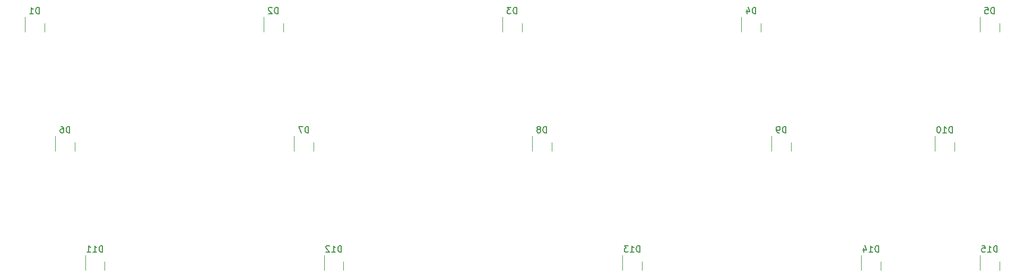
<source format=gbr>
%TF.GenerationSoftware,KiCad,Pcbnew,7.0.7*%
%TF.CreationDate,2023-09-01T12:35:23+10:00*%
%TF.ProjectId,qaz,71617a2e-6b69-4636-9164-5f7063625858,rev?*%
%TF.SameCoordinates,Original*%
%TF.FileFunction,Legend,Bot*%
%TF.FilePolarity,Positive*%
%FSLAX46Y46*%
G04 Gerber Fmt 4.6, Leading zero omitted, Abs format (unit mm)*
G04 Created by KiCad (PCBNEW 7.0.7) date 2023-09-01 12:35:23*
%MOMM*%
%LPD*%
G01*
G04 APERTURE LIST*
%ADD10C,0.150000*%
%ADD11C,0.120000*%
G04 APERTURE END LIST*
D10*
X197610876Y-70725313D02*
X197610876Y-69725313D01*
X197610876Y-69725313D02*
X197372781Y-69725313D01*
X197372781Y-69725313D02*
X197229924Y-69772932D01*
X197229924Y-69772932D02*
X197134686Y-69868170D01*
X197134686Y-69868170D02*
X197087067Y-69963408D01*
X197087067Y-69963408D02*
X197039448Y-70153884D01*
X197039448Y-70153884D02*
X197039448Y-70296741D01*
X197039448Y-70296741D02*
X197087067Y-70487217D01*
X197087067Y-70487217D02*
X197134686Y-70582455D01*
X197134686Y-70582455D02*
X197229924Y-70677694D01*
X197229924Y-70677694D02*
X197372781Y-70725313D01*
X197372781Y-70725313D02*
X197610876Y-70725313D01*
X196087067Y-70725313D02*
X196658495Y-70725313D01*
X196372781Y-70725313D02*
X196372781Y-69725313D01*
X196372781Y-69725313D02*
X196468019Y-69868170D01*
X196468019Y-69868170D02*
X196563257Y-69963408D01*
X196563257Y-69963408D02*
X196658495Y-70011027D01*
X195182305Y-69725313D02*
X195658495Y-69725313D01*
X195658495Y-69725313D02*
X195706114Y-70201503D01*
X195706114Y-70201503D02*
X195658495Y-70153884D01*
X195658495Y-70153884D02*
X195563257Y-70106265D01*
X195563257Y-70106265D02*
X195325162Y-70106265D01*
X195325162Y-70106265D02*
X195229924Y-70153884D01*
X195229924Y-70153884D02*
X195182305Y-70201503D01*
X195182305Y-70201503D02*
X195134686Y-70296741D01*
X195134686Y-70296741D02*
X195134686Y-70534836D01*
X195134686Y-70534836D02*
X195182305Y-70630074D01*
X195182305Y-70630074D02*
X195229924Y-70677694D01*
X195229924Y-70677694D02*
X195325162Y-70725313D01*
X195325162Y-70725313D02*
X195563257Y-70725313D01*
X195563257Y-70725313D02*
X195658495Y-70677694D01*
X195658495Y-70677694D02*
X195706114Y-70630074D01*
X92949670Y-70725313D02*
X92949670Y-69725313D01*
X92949670Y-69725313D02*
X92711575Y-69725313D01*
X92711575Y-69725313D02*
X92568718Y-69772932D01*
X92568718Y-69772932D02*
X92473480Y-69868170D01*
X92473480Y-69868170D02*
X92425861Y-69963408D01*
X92425861Y-69963408D02*
X92378242Y-70153884D01*
X92378242Y-70153884D02*
X92378242Y-70296741D01*
X92378242Y-70296741D02*
X92425861Y-70487217D01*
X92425861Y-70487217D02*
X92473480Y-70582455D01*
X92473480Y-70582455D02*
X92568718Y-70677694D01*
X92568718Y-70677694D02*
X92711575Y-70725313D01*
X92711575Y-70725313D02*
X92949670Y-70725313D01*
X91425861Y-70725313D02*
X91997289Y-70725313D01*
X91711575Y-70725313D02*
X91711575Y-69725313D01*
X91711575Y-69725313D02*
X91806813Y-69868170D01*
X91806813Y-69868170D02*
X91902051Y-69963408D01*
X91902051Y-69963408D02*
X91997289Y-70011027D01*
X91044908Y-69820551D02*
X90997289Y-69772932D01*
X90997289Y-69772932D02*
X90902051Y-69725313D01*
X90902051Y-69725313D02*
X90663956Y-69725313D01*
X90663956Y-69725313D02*
X90568718Y-69772932D01*
X90568718Y-69772932D02*
X90521099Y-69820551D01*
X90521099Y-69820551D02*
X90473480Y-69915789D01*
X90473480Y-69915789D02*
X90473480Y-70011027D01*
X90473480Y-70011027D02*
X90521099Y-70153884D01*
X90521099Y-70153884D02*
X91092527Y-70725313D01*
X91092527Y-70725313D02*
X90473480Y-70725313D01*
X82834397Y-32625217D02*
X82834397Y-31625217D01*
X82834397Y-31625217D02*
X82596302Y-31625217D01*
X82596302Y-31625217D02*
X82453445Y-31672836D01*
X82453445Y-31672836D02*
X82358207Y-31768074D01*
X82358207Y-31768074D02*
X82310588Y-31863312D01*
X82310588Y-31863312D02*
X82262969Y-32053788D01*
X82262969Y-32053788D02*
X82262969Y-32196645D01*
X82262969Y-32196645D02*
X82310588Y-32387121D01*
X82310588Y-32387121D02*
X82358207Y-32482359D01*
X82358207Y-32482359D02*
X82453445Y-32577598D01*
X82453445Y-32577598D02*
X82596302Y-32625217D01*
X82596302Y-32625217D02*
X82834397Y-32625217D01*
X81882016Y-31720455D02*
X81834397Y-31672836D01*
X81834397Y-31672836D02*
X81739159Y-31625217D01*
X81739159Y-31625217D02*
X81501064Y-31625217D01*
X81501064Y-31625217D02*
X81405826Y-31672836D01*
X81405826Y-31672836D02*
X81358207Y-31720455D01*
X81358207Y-31720455D02*
X81310588Y-31815693D01*
X81310588Y-31815693D02*
X81310588Y-31910931D01*
X81310588Y-31910931D02*
X81358207Y-32053788D01*
X81358207Y-32053788D02*
X81929635Y-32625217D01*
X81929635Y-32625217D02*
X81310588Y-32625217D01*
X120934493Y-32625217D02*
X120934493Y-31625217D01*
X120934493Y-31625217D02*
X120696398Y-31625217D01*
X120696398Y-31625217D02*
X120553541Y-31672836D01*
X120553541Y-31672836D02*
X120458303Y-31768074D01*
X120458303Y-31768074D02*
X120410684Y-31863312D01*
X120410684Y-31863312D02*
X120363065Y-32053788D01*
X120363065Y-32053788D02*
X120363065Y-32196645D01*
X120363065Y-32196645D02*
X120410684Y-32387121D01*
X120410684Y-32387121D02*
X120458303Y-32482359D01*
X120458303Y-32482359D02*
X120553541Y-32577598D01*
X120553541Y-32577598D02*
X120696398Y-32625217D01*
X120696398Y-32625217D02*
X120934493Y-32625217D01*
X120029731Y-31625217D02*
X119410684Y-31625217D01*
X119410684Y-31625217D02*
X119744017Y-32006169D01*
X119744017Y-32006169D02*
X119601160Y-32006169D01*
X119601160Y-32006169D02*
X119505922Y-32053788D01*
X119505922Y-32053788D02*
X119458303Y-32101407D01*
X119458303Y-32101407D02*
X119410684Y-32196645D01*
X119410684Y-32196645D02*
X119410684Y-32434740D01*
X119410684Y-32434740D02*
X119458303Y-32529978D01*
X119458303Y-32529978D02*
X119505922Y-32577598D01*
X119505922Y-32577598D02*
X119601160Y-32625217D01*
X119601160Y-32625217D02*
X119886874Y-32625217D01*
X119886874Y-32625217D02*
X119982112Y-32577598D01*
X119982112Y-32577598D02*
X120029731Y-32529978D01*
X44734301Y-32625217D02*
X44734301Y-31625217D01*
X44734301Y-31625217D02*
X44496206Y-31625217D01*
X44496206Y-31625217D02*
X44353349Y-31672836D01*
X44353349Y-31672836D02*
X44258111Y-31768074D01*
X44258111Y-31768074D02*
X44210492Y-31863312D01*
X44210492Y-31863312D02*
X44162873Y-32053788D01*
X44162873Y-32053788D02*
X44162873Y-32196645D01*
X44162873Y-32196645D02*
X44210492Y-32387121D01*
X44210492Y-32387121D02*
X44258111Y-32482359D01*
X44258111Y-32482359D02*
X44353349Y-32577598D01*
X44353349Y-32577598D02*
X44496206Y-32625217D01*
X44496206Y-32625217D02*
X44734301Y-32625217D01*
X43210492Y-32625217D02*
X43781920Y-32625217D01*
X43496206Y-32625217D02*
X43496206Y-31625217D01*
X43496206Y-31625217D02*
X43591444Y-31768074D01*
X43591444Y-31768074D02*
X43686682Y-31863312D01*
X43686682Y-31863312D02*
X43781920Y-31910931D01*
X54849574Y-70725313D02*
X54849574Y-69725313D01*
X54849574Y-69725313D02*
X54611479Y-69725313D01*
X54611479Y-69725313D02*
X54468622Y-69772932D01*
X54468622Y-69772932D02*
X54373384Y-69868170D01*
X54373384Y-69868170D02*
X54325765Y-69963408D01*
X54325765Y-69963408D02*
X54278146Y-70153884D01*
X54278146Y-70153884D02*
X54278146Y-70296741D01*
X54278146Y-70296741D02*
X54325765Y-70487217D01*
X54325765Y-70487217D02*
X54373384Y-70582455D01*
X54373384Y-70582455D02*
X54468622Y-70677694D01*
X54468622Y-70677694D02*
X54611479Y-70725313D01*
X54611479Y-70725313D02*
X54849574Y-70725313D01*
X53325765Y-70725313D02*
X53897193Y-70725313D01*
X53611479Y-70725313D02*
X53611479Y-69725313D01*
X53611479Y-69725313D02*
X53706717Y-69868170D01*
X53706717Y-69868170D02*
X53801955Y-69963408D01*
X53801955Y-69963408D02*
X53897193Y-70011027D01*
X52373384Y-70725313D02*
X52944812Y-70725313D01*
X52659098Y-70725313D02*
X52659098Y-69725313D01*
X52659098Y-69725313D02*
X52754336Y-69868170D01*
X52754336Y-69868170D02*
X52849574Y-69963408D01*
X52849574Y-69963408D02*
X52944812Y-70011027D01*
X140574790Y-70725313D02*
X140574790Y-69725313D01*
X140574790Y-69725313D02*
X140336695Y-69725313D01*
X140336695Y-69725313D02*
X140193838Y-69772932D01*
X140193838Y-69772932D02*
X140098600Y-69868170D01*
X140098600Y-69868170D02*
X140050981Y-69963408D01*
X140050981Y-69963408D02*
X140003362Y-70153884D01*
X140003362Y-70153884D02*
X140003362Y-70296741D01*
X140003362Y-70296741D02*
X140050981Y-70487217D01*
X140050981Y-70487217D02*
X140098600Y-70582455D01*
X140098600Y-70582455D02*
X140193838Y-70677694D01*
X140193838Y-70677694D02*
X140336695Y-70725313D01*
X140336695Y-70725313D02*
X140574790Y-70725313D01*
X139050981Y-70725313D02*
X139622409Y-70725313D01*
X139336695Y-70725313D02*
X139336695Y-69725313D01*
X139336695Y-69725313D02*
X139431933Y-69868170D01*
X139431933Y-69868170D02*
X139527171Y-69963408D01*
X139527171Y-69963408D02*
X139622409Y-70011027D01*
X138717647Y-69725313D02*
X138098600Y-69725313D01*
X138098600Y-69725313D02*
X138431933Y-70106265D01*
X138431933Y-70106265D02*
X138289076Y-70106265D01*
X138289076Y-70106265D02*
X138193838Y-70153884D01*
X138193838Y-70153884D02*
X138146219Y-70201503D01*
X138146219Y-70201503D02*
X138098600Y-70296741D01*
X138098600Y-70296741D02*
X138098600Y-70534836D01*
X138098600Y-70534836D02*
X138146219Y-70630074D01*
X138146219Y-70630074D02*
X138193838Y-70677694D01*
X138193838Y-70677694D02*
X138289076Y-70725313D01*
X138289076Y-70725313D02*
X138574790Y-70725313D01*
X138574790Y-70725313D02*
X138670028Y-70677694D01*
X138670028Y-70677694D02*
X138717647Y-70630074D01*
X125697005Y-51675265D02*
X125697005Y-50675265D01*
X125697005Y-50675265D02*
X125458910Y-50675265D01*
X125458910Y-50675265D02*
X125316053Y-50722884D01*
X125316053Y-50722884D02*
X125220815Y-50818122D01*
X125220815Y-50818122D02*
X125173196Y-50913360D01*
X125173196Y-50913360D02*
X125125577Y-51103836D01*
X125125577Y-51103836D02*
X125125577Y-51246693D01*
X125125577Y-51246693D02*
X125173196Y-51437169D01*
X125173196Y-51437169D02*
X125220815Y-51532407D01*
X125220815Y-51532407D02*
X125316053Y-51627646D01*
X125316053Y-51627646D02*
X125458910Y-51675265D01*
X125458910Y-51675265D02*
X125697005Y-51675265D01*
X124554148Y-51103836D02*
X124649386Y-51056217D01*
X124649386Y-51056217D02*
X124697005Y-51008598D01*
X124697005Y-51008598D02*
X124744624Y-50913360D01*
X124744624Y-50913360D02*
X124744624Y-50865741D01*
X124744624Y-50865741D02*
X124697005Y-50770503D01*
X124697005Y-50770503D02*
X124649386Y-50722884D01*
X124649386Y-50722884D02*
X124554148Y-50675265D01*
X124554148Y-50675265D02*
X124363672Y-50675265D01*
X124363672Y-50675265D02*
X124268434Y-50722884D01*
X124268434Y-50722884D02*
X124220815Y-50770503D01*
X124220815Y-50770503D02*
X124173196Y-50865741D01*
X124173196Y-50865741D02*
X124173196Y-50913360D01*
X124173196Y-50913360D02*
X124220815Y-51008598D01*
X124220815Y-51008598D02*
X124268434Y-51056217D01*
X124268434Y-51056217D02*
X124363672Y-51103836D01*
X124363672Y-51103836D02*
X124554148Y-51103836D01*
X124554148Y-51103836D02*
X124649386Y-51151455D01*
X124649386Y-51151455D02*
X124697005Y-51199074D01*
X124697005Y-51199074D02*
X124744624Y-51294312D01*
X124744624Y-51294312D02*
X124744624Y-51484788D01*
X124744624Y-51484788D02*
X124697005Y-51580026D01*
X124697005Y-51580026D02*
X124649386Y-51627646D01*
X124649386Y-51627646D02*
X124554148Y-51675265D01*
X124554148Y-51675265D02*
X124363672Y-51675265D01*
X124363672Y-51675265D02*
X124268434Y-51627646D01*
X124268434Y-51627646D02*
X124220815Y-51580026D01*
X124220815Y-51580026D02*
X124173196Y-51484788D01*
X124173196Y-51484788D02*
X124173196Y-51294312D01*
X124173196Y-51294312D02*
X124220815Y-51199074D01*
X124220815Y-51199074D02*
X124268434Y-51151455D01*
X124268434Y-51151455D02*
X124363672Y-51103836D01*
X178674886Y-70725313D02*
X178674886Y-69725313D01*
X178674886Y-69725313D02*
X178436791Y-69725313D01*
X178436791Y-69725313D02*
X178293934Y-69772932D01*
X178293934Y-69772932D02*
X178198696Y-69868170D01*
X178198696Y-69868170D02*
X178151077Y-69963408D01*
X178151077Y-69963408D02*
X178103458Y-70153884D01*
X178103458Y-70153884D02*
X178103458Y-70296741D01*
X178103458Y-70296741D02*
X178151077Y-70487217D01*
X178151077Y-70487217D02*
X178198696Y-70582455D01*
X178198696Y-70582455D02*
X178293934Y-70677694D01*
X178293934Y-70677694D02*
X178436791Y-70725313D01*
X178436791Y-70725313D02*
X178674886Y-70725313D01*
X177151077Y-70725313D02*
X177722505Y-70725313D01*
X177436791Y-70725313D02*
X177436791Y-69725313D01*
X177436791Y-69725313D02*
X177532029Y-69868170D01*
X177532029Y-69868170D02*
X177627267Y-69963408D01*
X177627267Y-69963408D02*
X177722505Y-70011027D01*
X176293934Y-70058646D02*
X176293934Y-70725313D01*
X176532029Y-69677694D02*
X176770124Y-70391979D01*
X176770124Y-70391979D02*
X176151077Y-70391979D01*
X190467108Y-51675265D02*
X190467108Y-50675265D01*
X190467108Y-50675265D02*
X190229013Y-50675265D01*
X190229013Y-50675265D02*
X190086156Y-50722884D01*
X190086156Y-50722884D02*
X189990918Y-50818122D01*
X189990918Y-50818122D02*
X189943299Y-50913360D01*
X189943299Y-50913360D02*
X189895680Y-51103836D01*
X189895680Y-51103836D02*
X189895680Y-51246693D01*
X189895680Y-51246693D02*
X189943299Y-51437169D01*
X189943299Y-51437169D02*
X189990918Y-51532407D01*
X189990918Y-51532407D02*
X190086156Y-51627646D01*
X190086156Y-51627646D02*
X190229013Y-51675265D01*
X190229013Y-51675265D02*
X190467108Y-51675265D01*
X188943299Y-51675265D02*
X189514727Y-51675265D01*
X189229013Y-51675265D02*
X189229013Y-50675265D01*
X189229013Y-50675265D02*
X189324251Y-50818122D01*
X189324251Y-50818122D02*
X189419489Y-50913360D01*
X189419489Y-50913360D02*
X189514727Y-50960979D01*
X188324251Y-50675265D02*
X188229013Y-50675265D01*
X188229013Y-50675265D02*
X188133775Y-50722884D01*
X188133775Y-50722884D02*
X188086156Y-50770503D01*
X188086156Y-50770503D02*
X188038537Y-50865741D01*
X188038537Y-50865741D02*
X187990918Y-51056217D01*
X187990918Y-51056217D02*
X187990918Y-51294312D01*
X187990918Y-51294312D02*
X188038537Y-51484788D01*
X188038537Y-51484788D02*
X188086156Y-51580026D01*
X188086156Y-51580026D02*
X188133775Y-51627646D01*
X188133775Y-51627646D02*
X188229013Y-51675265D01*
X188229013Y-51675265D02*
X188324251Y-51675265D01*
X188324251Y-51675265D02*
X188419489Y-51627646D01*
X188419489Y-51627646D02*
X188467108Y-51580026D01*
X188467108Y-51580026D02*
X188514727Y-51484788D01*
X188514727Y-51484788D02*
X188562346Y-51294312D01*
X188562346Y-51294312D02*
X188562346Y-51056217D01*
X188562346Y-51056217D02*
X188514727Y-50865741D01*
X188514727Y-50865741D02*
X188467108Y-50770503D01*
X188467108Y-50770503D02*
X188419489Y-50722884D01*
X188419489Y-50722884D02*
X188324251Y-50675265D01*
X159091618Y-32625217D02*
X159091618Y-31625217D01*
X159091618Y-31625217D02*
X158853523Y-31625217D01*
X158853523Y-31625217D02*
X158710666Y-31672836D01*
X158710666Y-31672836D02*
X158615428Y-31768074D01*
X158615428Y-31768074D02*
X158567809Y-31863312D01*
X158567809Y-31863312D02*
X158520190Y-32053788D01*
X158520190Y-32053788D02*
X158520190Y-32196645D01*
X158520190Y-32196645D02*
X158567809Y-32387121D01*
X158567809Y-32387121D02*
X158615428Y-32482359D01*
X158615428Y-32482359D02*
X158710666Y-32577598D01*
X158710666Y-32577598D02*
X158853523Y-32625217D01*
X158853523Y-32625217D02*
X159091618Y-32625217D01*
X157663047Y-31958550D02*
X157663047Y-32625217D01*
X157901142Y-31577598D02*
X158139237Y-32291883D01*
X158139237Y-32291883D02*
X157520190Y-32291883D01*
X163911159Y-51675265D02*
X163911159Y-50675265D01*
X163911159Y-50675265D02*
X163673064Y-50675265D01*
X163673064Y-50675265D02*
X163530207Y-50722884D01*
X163530207Y-50722884D02*
X163434969Y-50818122D01*
X163434969Y-50818122D02*
X163387350Y-50913360D01*
X163387350Y-50913360D02*
X163339731Y-51103836D01*
X163339731Y-51103836D02*
X163339731Y-51246693D01*
X163339731Y-51246693D02*
X163387350Y-51437169D01*
X163387350Y-51437169D02*
X163434969Y-51532407D01*
X163434969Y-51532407D02*
X163530207Y-51627646D01*
X163530207Y-51627646D02*
X163673064Y-51675265D01*
X163673064Y-51675265D02*
X163911159Y-51675265D01*
X162863540Y-51675265D02*
X162673064Y-51675265D01*
X162673064Y-51675265D02*
X162577826Y-51627646D01*
X162577826Y-51627646D02*
X162530207Y-51580026D01*
X162530207Y-51580026D02*
X162434969Y-51437169D01*
X162434969Y-51437169D02*
X162387350Y-51246693D01*
X162387350Y-51246693D02*
X162387350Y-50865741D01*
X162387350Y-50865741D02*
X162434969Y-50770503D01*
X162434969Y-50770503D02*
X162482588Y-50722884D01*
X162482588Y-50722884D02*
X162577826Y-50675265D01*
X162577826Y-50675265D02*
X162768302Y-50675265D01*
X162768302Y-50675265D02*
X162863540Y-50722884D01*
X162863540Y-50722884D02*
X162911159Y-50770503D01*
X162911159Y-50770503D02*
X162958778Y-50865741D01*
X162958778Y-50865741D02*
X162958778Y-51103836D01*
X162958778Y-51103836D02*
X162911159Y-51199074D01*
X162911159Y-51199074D02*
X162863540Y-51246693D01*
X162863540Y-51246693D02*
X162768302Y-51294312D01*
X162768302Y-51294312D02*
X162577826Y-51294312D01*
X162577826Y-51294312D02*
X162482588Y-51246693D01*
X162482588Y-51246693D02*
X162434969Y-51199074D01*
X162434969Y-51199074D02*
X162387350Y-51103836D01*
X197134685Y-32625217D02*
X197134685Y-31625217D01*
X197134685Y-31625217D02*
X196896590Y-31625217D01*
X196896590Y-31625217D02*
X196753733Y-31672836D01*
X196753733Y-31672836D02*
X196658495Y-31768074D01*
X196658495Y-31768074D02*
X196610876Y-31863312D01*
X196610876Y-31863312D02*
X196563257Y-32053788D01*
X196563257Y-32053788D02*
X196563257Y-32196645D01*
X196563257Y-32196645D02*
X196610876Y-32387121D01*
X196610876Y-32387121D02*
X196658495Y-32482359D01*
X196658495Y-32482359D02*
X196753733Y-32577598D01*
X196753733Y-32577598D02*
X196896590Y-32625217D01*
X196896590Y-32625217D02*
X197134685Y-32625217D01*
X195658495Y-31625217D02*
X196134685Y-31625217D01*
X196134685Y-31625217D02*
X196182304Y-32101407D01*
X196182304Y-32101407D02*
X196134685Y-32053788D01*
X196134685Y-32053788D02*
X196039447Y-32006169D01*
X196039447Y-32006169D02*
X195801352Y-32006169D01*
X195801352Y-32006169D02*
X195706114Y-32053788D01*
X195706114Y-32053788D02*
X195658495Y-32101407D01*
X195658495Y-32101407D02*
X195610876Y-32196645D01*
X195610876Y-32196645D02*
X195610876Y-32434740D01*
X195610876Y-32434740D02*
X195658495Y-32529978D01*
X195658495Y-32529978D02*
X195706114Y-32577598D01*
X195706114Y-32577598D02*
X195801352Y-32625217D01*
X195801352Y-32625217D02*
X196039447Y-32625217D01*
X196039447Y-32625217D02*
X196134685Y-32577598D01*
X196134685Y-32577598D02*
X196182304Y-32529978D01*
X49610871Y-51675265D02*
X49610871Y-50675265D01*
X49610871Y-50675265D02*
X49372776Y-50675265D01*
X49372776Y-50675265D02*
X49229919Y-50722884D01*
X49229919Y-50722884D02*
X49134681Y-50818122D01*
X49134681Y-50818122D02*
X49087062Y-50913360D01*
X49087062Y-50913360D02*
X49039443Y-51103836D01*
X49039443Y-51103836D02*
X49039443Y-51246693D01*
X49039443Y-51246693D02*
X49087062Y-51437169D01*
X49087062Y-51437169D02*
X49134681Y-51532407D01*
X49134681Y-51532407D02*
X49229919Y-51627646D01*
X49229919Y-51627646D02*
X49372776Y-51675265D01*
X49372776Y-51675265D02*
X49610871Y-51675265D01*
X48182300Y-50675265D02*
X48372776Y-50675265D01*
X48372776Y-50675265D02*
X48468014Y-50722884D01*
X48468014Y-50722884D02*
X48515633Y-50770503D01*
X48515633Y-50770503D02*
X48610871Y-50913360D01*
X48610871Y-50913360D02*
X48658490Y-51103836D01*
X48658490Y-51103836D02*
X48658490Y-51484788D01*
X48658490Y-51484788D02*
X48610871Y-51580026D01*
X48610871Y-51580026D02*
X48563252Y-51627646D01*
X48563252Y-51627646D02*
X48468014Y-51675265D01*
X48468014Y-51675265D02*
X48277538Y-51675265D01*
X48277538Y-51675265D02*
X48182300Y-51627646D01*
X48182300Y-51627646D02*
X48134681Y-51580026D01*
X48134681Y-51580026D02*
X48087062Y-51484788D01*
X48087062Y-51484788D02*
X48087062Y-51246693D01*
X48087062Y-51246693D02*
X48134681Y-51151455D01*
X48134681Y-51151455D02*
X48182300Y-51103836D01*
X48182300Y-51103836D02*
X48277538Y-51056217D01*
X48277538Y-51056217D02*
X48468014Y-51056217D01*
X48468014Y-51056217D02*
X48563252Y-51103836D01*
X48563252Y-51103836D02*
X48610871Y-51151455D01*
X48610871Y-51151455D02*
X48658490Y-51246693D01*
X87710967Y-51675265D02*
X87710967Y-50675265D01*
X87710967Y-50675265D02*
X87472872Y-50675265D01*
X87472872Y-50675265D02*
X87330015Y-50722884D01*
X87330015Y-50722884D02*
X87234777Y-50818122D01*
X87234777Y-50818122D02*
X87187158Y-50913360D01*
X87187158Y-50913360D02*
X87139539Y-51103836D01*
X87139539Y-51103836D02*
X87139539Y-51246693D01*
X87139539Y-51246693D02*
X87187158Y-51437169D01*
X87187158Y-51437169D02*
X87234777Y-51532407D01*
X87234777Y-51532407D02*
X87330015Y-51627646D01*
X87330015Y-51627646D02*
X87472872Y-51675265D01*
X87472872Y-51675265D02*
X87710967Y-51675265D01*
X86806205Y-50675265D02*
X86139539Y-50675265D01*
X86139539Y-50675265D02*
X86568110Y-51675265D01*
D11*
%TO.C,D15*%
X197956591Y-72970494D02*
X197956591Y-72320494D01*
X197956591Y-72970494D02*
X197956591Y-73620494D01*
X194836591Y-72970494D02*
X194836591Y-71295494D01*
X194836591Y-72970494D02*
X194836591Y-73620494D01*
%TO.C,D12*%
X93295385Y-72970494D02*
X93295385Y-72320494D01*
X93295385Y-72970494D02*
X93295385Y-73620494D01*
X90175385Y-72970494D02*
X90175385Y-71295494D01*
X90175385Y-72970494D02*
X90175385Y-73620494D01*
%TO.C,D2*%
X83656303Y-34870398D02*
X83656303Y-34220398D01*
X83656303Y-34870398D02*
X83656303Y-35520398D01*
X80536303Y-34870398D02*
X80536303Y-33195398D01*
X80536303Y-34870398D02*
X80536303Y-35520398D01*
%TO.C,D3*%
X121756399Y-34870398D02*
X121756399Y-34220398D01*
X121756399Y-34870398D02*
X121756399Y-35520398D01*
X118636399Y-34870398D02*
X118636399Y-33195398D01*
X118636399Y-34870398D02*
X118636399Y-35520398D01*
%TO.C,D1*%
X45556207Y-34870398D02*
X45556207Y-34220398D01*
X45556207Y-34870398D02*
X45556207Y-35520398D01*
X42436207Y-34870398D02*
X42436207Y-33195398D01*
X42436207Y-34870398D02*
X42436207Y-35520398D01*
%TO.C,D11*%
X55195289Y-72970494D02*
X55195289Y-72320494D01*
X55195289Y-72970494D02*
X55195289Y-73620494D01*
X52075289Y-72970494D02*
X52075289Y-71295494D01*
X52075289Y-72970494D02*
X52075289Y-73620494D01*
%TO.C,D13*%
X140920505Y-72970494D02*
X140920505Y-72320494D01*
X140920505Y-72970494D02*
X140920505Y-73620494D01*
X137800505Y-72970494D02*
X137800505Y-71295494D01*
X137800505Y-72970494D02*
X137800505Y-73620494D01*
%TO.C,D8*%
X126518911Y-53920446D02*
X126518911Y-53270446D01*
X126518911Y-53920446D02*
X126518911Y-54570446D01*
X123398911Y-53920446D02*
X123398911Y-52245446D01*
X123398911Y-53920446D02*
X123398911Y-54570446D01*
%TO.C,D14*%
X179020601Y-72970494D02*
X179020601Y-72320494D01*
X179020601Y-72970494D02*
X179020601Y-73620494D01*
X175900601Y-72970494D02*
X175900601Y-71295494D01*
X175900601Y-72970494D02*
X175900601Y-73620494D01*
%TO.C,D10*%
X190812823Y-53920446D02*
X190812823Y-53270446D01*
X190812823Y-53920446D02*
X190812823Y-54570446D01*
X187692823Y-53920446D02*
X187692823Y-52245446D01*
X187692823Y-53920446D02*
X187692823Y-54570446D01*
%TO.C,D4*%
X159913524Y-34870398D02*
X159913524Y-34220398D01*
X159913524Y-34870398D02*
X159913524Y-35520398D01*
X156793524Y-34870398D02*
X156793524Y-33195398D01*
X156793524Y-34870398D02*
X156793524Y-35520398D01*
%TO.C,D9*%
X164733065Y-53920446D02*
X164733065Y-53270446D01*
X164733065Y-53920446D02*
X164733065Y-54570446D01*
X161613065Y-53920446D02*
X161613065Y-52245446D01*
X161613065Y-53920446D02*
X161613065Y-54570446D01*
%TO.C,D5*%
X197956591Y-34870398D02*
X197956591Y-34220398D01*
X197956591Y-34870398D02*
X197956591Y-35520398D01*
X194836591Y-34870398D02*
X194836591Y-33195398D01*
X194836591Y-34870398D02*
X194836591Y-35520398D01*
%TO.C,D6*%
X50432777Y-53920446D02*
X50432777Y-53270446D01*
X50432777Y-53920446D02*
X50432777Y-54570446D01*
X47312777Y-53920446D02*
X47312777Y-52245446D01*
X47312777Y-53920446D02*
X47312777Y-54570446D01*
%TO.C,D7*%
X88532873Y-53920446D02*
X88532873Y-53270446D01*
X88532873Y-53920446D02*
X88532873Y-54570446D01*
X85412873Y-53920446D02*
X85412873Y-52245446D01*
X85412873Y-53920446D02*
X85412873Y-54570446D01*
%TD*%
M02*

</source>
